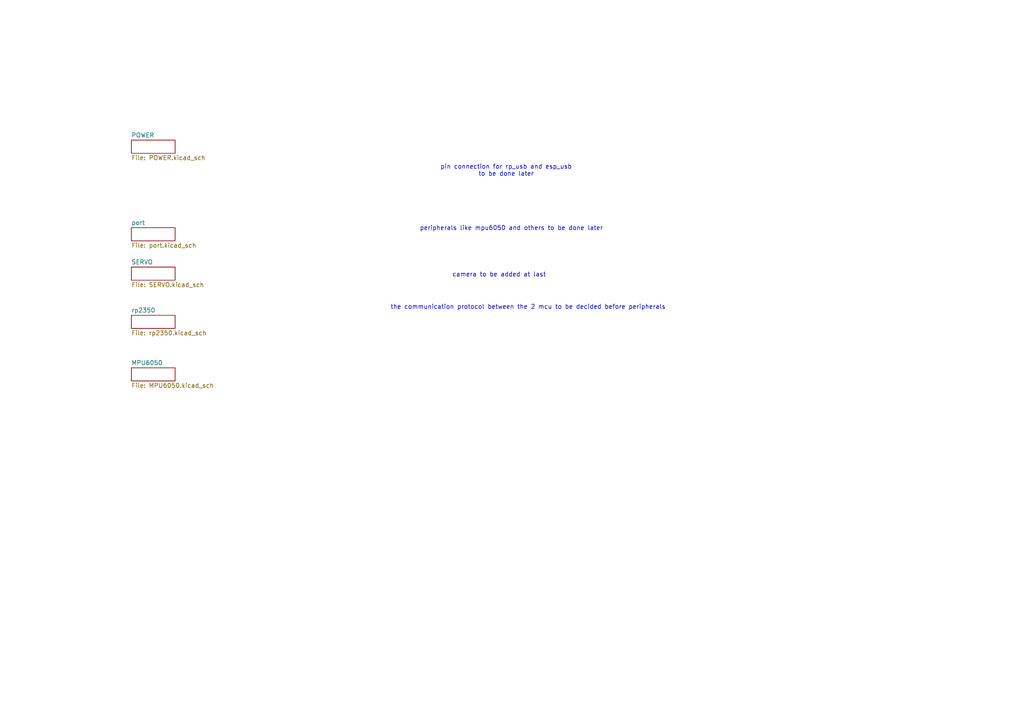
<source format=kicad_sch>
(kicad_sch
	(version 20250114)
	(generator "eeschema")
	(generator_version "9.0")
	(uuid "ba1ed24e-2f87-4768-b11d-8994220f6689")
	(paper "A4")
	(lib_symbols)
	(text "pin connection for rp_usb and esp_usb\nto be done later\n"
		(exclude_from_sim no)
		(at 146.812 49.53 0)
		(effects
			(font
				(size 1.27 1.27)
			)
		)
		(uuid "4096cde7-d010-40e3-831c-71cd6d6cc7b6")
	)
	(text "camera to be added at last\n"
		(exclude_from_sim no)
		(at 144.78 79.756 0)
		(effects
			(font
				(size 1.27 1.27)
			)
		)
		(uuid "63312fdb-4e08-4703-8fe8-e2af7cac3c5d")
	)
	(text "the communication protocol between the 2 mcu to be decided before peripherals\n"
		(exclude_from_sim no)
		(at 153.162 89.154 0)
		(effects
			(font
				(size 1.27 1.27)
			)
		)
		(uuid "80539fb6-3d19-4416-91b3-d5e434ad5ac4")
	)
	(text "peripherals like mpu6050 and others to be done later\n"
		(exclude_from_sim no)
		(at 148.336 66.294 0)
		(effects
			(font
				(size 1.27 1.27)
			)
		)
		(uuid "8c391248-9f9d-4741-864b-7e730dcbb5b6")
	)
	(sheet
		(at 38.1 66.04)
		(size 12.7 3.81)
		(exclude_from_sim no)
		(in_bom yes)
		(on_board yes)
		(dnp no)
		(fields_autoplaced yes)
		(stroke
			(width 0.1524)
			(type solid)
		)
		(fill
			(color 0 0 0 0.0000)
		)
		(uuid "253e9d9d-7ea8-4bb0-9cb3-3eeba9d429fe")
		(property "Sheetname" "port"
			(at 38.1 65.3284 0)
			(effects
				(font
					(size 1.27 1.27)
				)
				(justify left bottom)
			)
		)
		(property "Sheetfile" "port.kicad_sch"
			(at 38.1 70.4346 0)
			(effects
				(font
					(size 1.27 1.27)
				)
				(justify left top)
			)
		)
		(instances
			(project "FSCS"
				(path "/ba1ed24e-2f87-4768-b11d-8994220f6689"
					(page "4")
				)
			)
		)
	)
	(sheet
		(at 38.1 106.68)
		(size 12.7 3.81)
		(exclude_from_sim no)
		(in_bom yes)
		(on_board yes)
		(dnp no)
		(fields_autoplaced yes)
		(stroke
			(width 0.1524)
			(type solid)
		)
		(fill
			(color 0 0 0 0.0000)
		)
		(uuid "4176bb88-82ac-40ee-acbe-71957ba80441")
		(property "Sheetname" "MPU6050"
			(at 38.1 105.9684 0)
			(effects
				(font
					(size 1.27 1.27)
				)
				(justify left bottom)
			)
		)
		(property "Sheetfile" "MPU6050.kicad_sch"
			(at 38.1 111.0746 0)
			(effects
				(font
					(size 1.27 1.27)
				)
				(justify left top)
			)
		)
		(instances
			(project "FSCS"
				(path "/ba1ed24e-2f87-4768-b11d-8994220f6689"
					(page "7")
				)
			)
		)
	)
	(sheet
		(at 38.1 77.47)
		(size 12.7 3.81)
		(exclude_from_sim no)
		(in_bom yes)
		(on_board yes)
		(dnp no)
		(fields_autoplaced yes)
		(stroke
			(width 0.1524)
			(type solid)
		)
		(fill
			(color 0 0 0 0.0000)
		)
		(uuid "506d2521-07ca-43fc-beb0-f6b5ec18cb6a")
		(property "Sheetname" "SERVO"
			(at 38.1 76.7584 0)
			(effects
				(font
					(size 1.27 1.27)
				)
				(justify left bottom)
			)
		)
		(property "Sheetfile" "SERVO.kicad_sch"
			(at 38.1 81.8646 0)
			(effects
				(font
					(size 1.27 1.27)
				)
				(justify left top)
			)
		)
		(instances
			(project "FSCS"
				(path "/ba1ed24e-2f87-4768-b11d-8994220f6689"
					(page "6")
				)
			)
		)
	)
	(sheet
		(at 38.1 40.64)
		(size 12.7 3.81)
		(exclude_from_sim no)
		(in_bom yes)
		(on_board yes)
		(dnp no)
		(fields_autoplaced yes)
		(stroke
			(width 0.1524)
			(type solid)
		)
		(fill
			(color 0 0 0 0.0000)
		)
		(uuid "5fd234ac-5051-44de-a974-272eced005d4")
		(property "Sheetname" "POWER"
			(at 38.1 39.9284 0)
			(effects
				(font
					(size 1.27 1.27)
				)
				(justify left bottom)
			)
		)
		(property "Sheetfile" "POWER.kicad_sch"
			(at 38.1 45.0346 0)
			(effects
				(font
					(size 1.27 1.27)
				)
				(justify left top)
			)
		)
		(instances
			(project "FSCS"
				(path "/ba1ed24e-2f87-4768-b11d-8994220f6689"
					(page "2")
				)
			)
		)
	)
	(sheet
		(at 38.1 91.44)
		(size 12.7 3.81)
		(exclude_from_sim no)
		(in_bom yes)
		(on_board yes)
		(dnp no)
		(fields_autoplaced yes)
		(stroke
			(width 0.1524)
			(type solid)
		)
		(fill
			(color 0 0 0 0.0000)
		)
		(uuid "b96f0b93-96a8-4cf2-84d4-f7f2f5926f58")
		(property "Sheetname" "rp2350"
			(at 38.1 90.7284 0)
			(effects
				(font
					(size 1.27 1.27)
				)
				(justify left bottom)
			)
		)
		(property "Sheetfile" "rp2350.kicad_sch"
			(at 38.1 95.8346 0)
			(effects
				(font
					(size 1.27 1.27)
				)
				(justify left top)
			)
		)
		(instances
			(project "FSCS"
				(path "/ba1ed24e-2f87-4768-b11d-8994220f6689"
					(page "6")
				)
			)
		)
	)
	(sheet_instances
		(path "/"
			(page "1")
		)
	)
	(embedded_fonts no)
)

</source>
